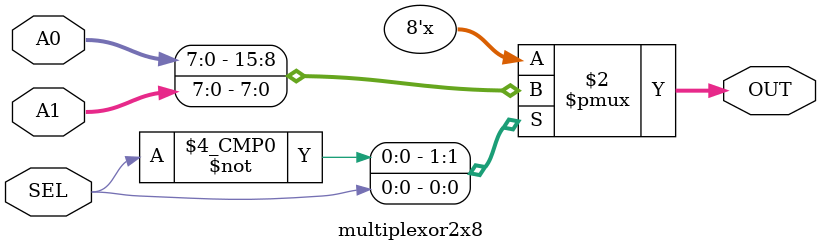
<source format=v>
`timescale 1ns / 1ps


module multiplexor2x8(A0, A1, SEL, OUT);
    input [7:0] A0, A1;
    input SEL;
    output reg [7:0] OUT;
    
    always @(*)
        case (SEL)
            1'b0 : OUT = A0; 
            1'b1 : OUT = A1;
        endcase    

endmodule
</source>
